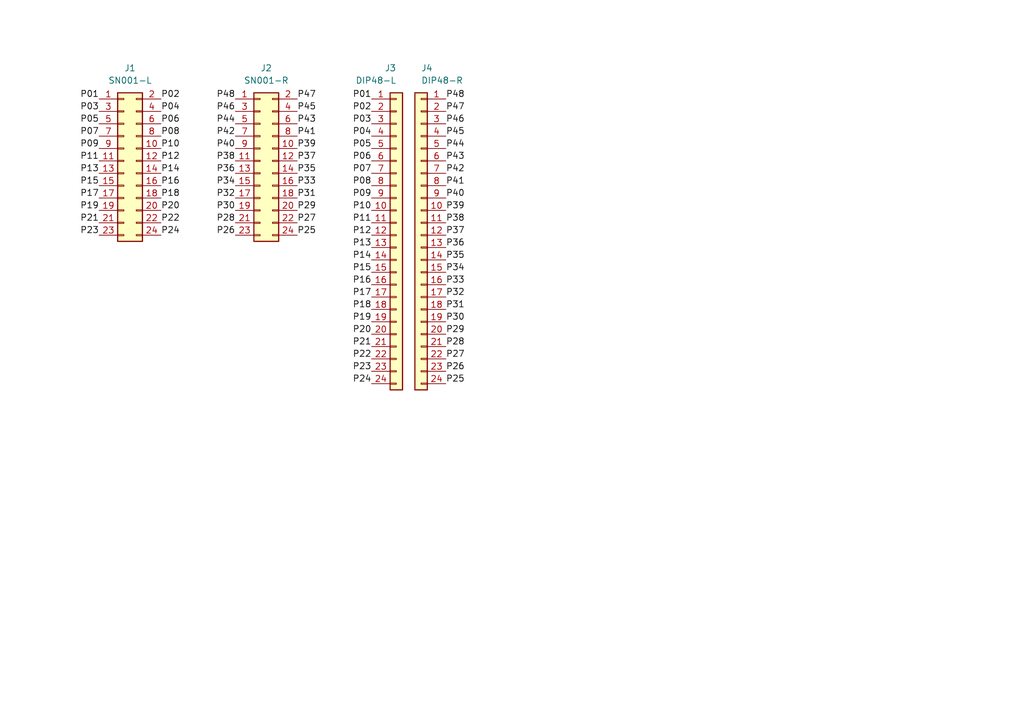
<source format=kicad_sch>
(kicad_sch (version 20230121) (generator eeschema)

  (uuid 004a6bfb-1e09-47f7-ba97-d366748e13ee)

  (paper "A5")

  (lib_symbols
    (symbol "Connector_Generic:Conn_01x24" (pin_names (offset 1.016) hide) (in_bom yes) (on_board yes)
      (property "Reference" "J" (at 0 30.48 0)
        (effects (font (size 1.27 1.27)))
      )
      (property "Value" "Conn_01x24" (at 0 -33.02 0)
        (effects (font (size 1.27 1.27)))
      )
      (property "Footprint" "" (at 0 0 0)
        (effects (font (size 1.27 1.27)) hide)
      )
      (property "Datasheet" "~" (at 0 0 0)
        (effects (font (size 1.27 1.27)) hide)
      )
      (property "ki_keywords" "connector" (at 0 0 0)
        (effects (font (size 1.27 1.27)) hide)
      )
      (property "ki_description" "Generic connector, single row, 01x24, script generated (kicad-library-utils/schlib/autogen/connector/)" (at 0 0 0)
        (effects (font (size 1.27 1.27)) hide)
      )
      (property "ki_fp_filters" "Connector*:*_1x??_*" (at 0 0 0)
        (effects (font (size 1.27 1.27)) hide)
      )
      (symbol "Conn_01x24_1_1"
        (rectangle (start -1.27 -30.353) (end 0 -30.607)
          (stroke (width 0.1524) (type default))
          (fill (type none))
        )
        (rectangle (start -1.27 -27.813) (end 0 -28.067)
          (stroke (width 0.1524) (type default))
          (fill (type none))
        )
        (rectangle (start -1.27 -25.273) (end 0 -25.527)
          (stroke (width 0.1524) (type default))
          (fill (type none))
        )
        (rectangle (start -1.27 -22.733) (end 0 -22.987)
          (stroke (width 0.1524) (type default))
          (fill (type none))
        )
        (rectangle (start -1.27 -20.193) (end 0 -20.447)
          (stroke (width 0.1524) (type default))
          (fill (type none))
        )
        (rectangle (start -1.27 -17.653) (end 0 -17.907)
          (stroke (width 0.1524) (type default))
          (fill (type none))
        )
        (rectangle (start -1.27 -15.113) (end 0 -15.367)
          (stroke (width 0.1524) (type default))
          (fill (type none))
        )
        (rectangle (start -1.27 -12.573) (end 0 -12.827)
          (stroke (width 0.1524) (type default))
          (fill (type none))
        )
        (rectangle (start -1.27 -10.033) (end 0 -10.287)
          (stroke (width 0.1524) (type default))
          (fill (type none))
        )
        (rectangle (start -1.27 -7.493) (end 0 -7.747)
          (stroke (width 0.1524) (type default))
          (fill (type none))
        )
        (rectangle (start -1.27 -4.953) (end 0 -5.207)
          (stroke (width 0.1524) (type default))
          (fill (type none))
        )
        (rectangle (start -1.27 -2.413) (end 0 -2.667)
          (stroke (width 0.1524) (type default))
          (fill (type none))
        )
        (rectangle (start -1.27 0.127) (end 0 -0.127)
          (stroke (width 0.1524) (type default))
          (fill (type none))
        )
        (rectangle (start -1.27 2.667) (end 0 2.413)
          (stroke (width 0.1524) (type default))
          (fill (type none))
        )
        (rectangle (start -1.27 5.207) (end 0 4.953)
          (stroke (width 0.1524) (type default))
          (fill (type none))
        )
        (rectangle (start -1.27 7.747) (end 0 7.493)
          (stroke (width 0.1524) (type default))
          (fill (type none))
        )
        (rectangle (start -1.27 10.287) (end 0 10.033)
          (stroke (width 0.1524) (type default))
          (fill (type none))
        )
        (rectangle (start -1.27 12.827) (end 0 12.573)
          (stroke (width 0.1524) (type default))
          (fill (type none))
        )
        (rectangle (start -1.27 15.367) (end 0 15.113)
          (stroke (width 0.1524) (type default))
          (fill (type none))
        )
        (rectangle (start -1.27 17.907) (end 0 17.653)
          (stroke (width 0.1524) (type default))
          (fill (type none))
        )
        (rectangle (start -1.27 20.447) (end 0 20.193)
          (stroke (width 0.1524) (type default))
          (fill (type none))
        )
        (rectangle (start -1.27 22.987) (end 0 22.733)
          (stroke (width 0.1524) (type default))
          (fill (type none))
        )
        (rectangle (start -1.27 25.527) (end 0 25.273)
          (stroke (width 0.1524) (type default))
          (fill (type none))
        )
        (rectangle (start -1.27 28.067) (end 0 27.813)
          (stroke (width 0.1524) (type default))
          (fill (type none))
        )
        (rectangle (start -1.27 29.21) (end 1.27 -31.75)
          (stroke (width 0.254) (type default))
          (fill (type background))
        )
        (pin passive line (at -5.08 27.94 0) (length 3.81)
          (name "Pin_1" (effects (font (size 1.27 1.27))))
          (number "1" (effects (font (size 1.27 1.27))))
        )
        (pin passive line (at -5.08 5.08 0) (length 3.81)
          (name "Pin_10" (effects (font (size 1.27 1.27))))
          (number "10" (effects (font (size 1.27 1.27))))
        )
        (pin passive line (at -5.08 2.54 0) (length 3.81)
          (name "Pin_11" (effects (font (size 1.27 1.27))))
          (number "11" (effects (font (size 1.27 1.27))))
        )
        (pin passive line (at -5.08 0 0) (length 3.81)
          (name "Pin_12" (effects (font (size 1.27 1.27))))
          (number "12" (effects (font (size 1.27 1.27))))
        )
        (pin passive line (at -5.08 -2.54 0) (length 3.81)
          (name "Pin_13" (effects (font (size 1.27 1.27))))
          (number "13" (effects (font (size 1.27 1.27))))
        )
        (pin passive line (at -5.08 -5.08 0) (length 3.81)
          (name "Pin_14" (effects (font (size 1.27 1.27))))
          (number "14" (effects (font (size 1.27 1.27))))
        )
        (pin passive line (at -5.08 -7.62 0) (length 3.81)
          (name "Pin_15" (effects (font (size 1.27 1.27))))
          (number "15" (effects (font (size 1.27 1.27))))
        )
        (pin passive line (at -5.08 -10.16 0) (length 3.81)
          (name "Pin_16" (effects (font (size 1.27 1.27))))
          (number "16" (effects (font (size 1.27 1.27))))
        )
        (pin passive line (at -5.08 -12.7 0) (length 3.81)
          (name "Pin_17" (effects (font (size 1.27 1.27))))
          (number "17" (effects (font (size 1.27 1.27))))
        )
        (pin passive line (at -5.08 -15.24 0) (length 3.81)
          (name "Pin_18" (effects (font (size 1.27 1.27))))
          (number "18" (effects (font (size 1.27 1.27))))
        )
        (pin passive line (at -5.08 -17.78 0) (length 3.81)
          (name "Pin_19" (effects (font (size 1.27 1.27))))
          (number "19" (effects (font (size 1.27 1.27))))
        )
        (pin passive line (at -5.08 25.4 0) (length 3.81)
          (name "Pin_2" (effects (font (size 1.27 1.27))))
          (number "2" (effects (font (size 1.27 1.27))))
        )
        (pin passive line (at -5.08 -20.32 0) (length 3.81)
          (name "Pin_20" (effects (font (size 1.27 1.27))))
          (number "20" (effects (font (size 1.27 1.27))))
        )
        (pin passive line (at -5.08 -22.86 0) (length 3.81)
          (name "Pin_21" (effects (font (size 1.27 1.27))))
          (number "21" (effects (font (size 1.27 1.27))))
        )
        (pin passive line (at -5.08 -25.4 0) (length 3.81)
          (name "Pin_22" (effects (font (size 1.27 1.27))))
          (number "22" (effects (font (size 1.27 1.27))))
        )
        (pin passive line (at -5.08 -27.94 0) (length 3.81)
          (name "Pin_23" (effects (font (size 1.27 1.27))))
          (number "23" (effects (font (size 1.27 1.27))))
        )
        (pin passive line (at -5.08 -30.48 0) (length 3.81)
          (name "Pin_24" (effects (font (size 1.27 1.27))))
          (number "24" (effects (font (size 1.27 1.27))))
        )
        (pin passive line (at -5.08 22.86 0) (length 3.81)
          (name "Pin_3" (effects (font (size 1.27 1.27))))
          (number "3" (effects (font (size 1.27 1.27))))
        )
        (pin passive line (at -5.08 20.32 0) (length 3.81)
          (name "Pin_4" (effects (font (size 1.27 1.27))))
          (number "4" (effects (font (size 1.27 1.27))))
        )
        (pin passive line (at -5.08 17.78 0) (length 3.81)
          (name "Pin_5" (effects (font (size 1.27 1.27))))
          (number "5" (effects (font (size 1.27 1.27))))
        )
        (pin passive line (at -5.08 15.24 0) (length 3.81)
          (name "Pin_6" (effects (font (size 1.27 1.27))))
          (number "6" (effects (font (size 1.27 1.27))))
        )
        (pin passive line (at -5.08 12.7 0) (length 3.81)
          (name "Pin_7" (effects (font (size 1.27 1.27))))
          (number "7" (effects (font (size 1.27 1.27))))
        )
        (pin passive line (at -5.08 10.16 0) (length 3.81)
          (name "Pin_8" (effects (font (size 1.27 1.27))))
          (number "8" (effects (font (size 1.27 1.27))))
        )
        (pin passive line (at -5.08 7.62 0) (length 3.81)
          (name "Pin_9" (effects (font (size 1.27 1.27))))
          (number "9" (effects (font (size 1.27 1.27))))
        )
      )
    )
    (symbol "Connector_Generic:Conn_02x12_Odd_Even" (pin_names (offset 1.016) hide) (in_bom yes) (on_board yes)
      (property "Reference" "J" (at 1.27 15.24 0)
        (effects (font (size 1.27 1.27)))
      )
      (property "Value" "Conn_02x12_Odd_Even" (at 1.27 -17.78 0)
        (effects (font (size 1.27 1.27)))
      )
      (property "Footprint" "" (at 0 0 0)
        (effects (font (size 1.27 1.27)) hide)
      )
      (property "Datasheet" "~" (at 0 0 0)
        (effects (font (size 1.27 1.27)) hide)
      )
      (property "ki_keywords" "connector" (at 0 0 0)
        (effects (font (size 1.27 1.27)) hide)
      )
      (property "ki_description" "Generic connector, double row, 02x12, odd/even pin numbering scheme (row 1 odd numbers, row 2 even numbers), script generated (kicad-library-utils/schlib/autogen/connector/)" (at 0 0 0)
        (effects (font (size 1.27 1.27)) hide)
      )
      (property "ki_fp_filters" "Connector*:*_2x??_*" (at 0 0 0)
        (effects (font (size 1.27 1.27)) hide)
      )
      (symbol "Conn_02x12_Odd_Even_1_1"
        (rectangle (start -1.27 -15.113) (end 0 -15.367)
          (stroke (width 0.1524) (type default))
          (fill (type none))
        )
        (rectangle (start -1.27 -12.573) (end 0 -12.827)
          (stroke (width 0.1524) (type default))
          (fill (type none))
        )
        (rectangle (start -1.27 -10.033) (end 0 -10.287)
          (stroke (width 0.1524) (type default))
          (fill (type none))
        )
        (rectangle (start -1.27 -7.493) (end 0 -7.747)
          (stroke (width 0.1524) (type default))
          (fill (type none))
        )
        (rectangle (start -1.27 -4.953) (end 0 -5.207)
          (stroke (width 0.1524) (type default))
          (fill (type none))
        )
        (rectangle (start -1.27 -2.413) (end 0 -2.667)
          (stroke (width 0.1524) (type default))
          (fill (type none))
        )
        (rectangle (start -1.27 0.127) (end 0 -0.127)
          (stroke (width 0.1524) (type default))
          (fill (type none))
        )
        (rectangle (start -1.27 2.667) (end 0 2.413)
          (stroke (width 0.1524) (type default))
          (fill (type none))
        )
        (rectangle (start -1.27 5.207) (end 0 4.953)
          (stroke (width 0.1524) (type default))
          (fill (type none))
        )
        (rectangle (start -1.27 7.747) (end 0 7.493)
          (stroke (width 0.1524) (type default))
          (fill (type none))
        )
        (rectangle (start -1.27 10.287) (end 0 10.033)
          (stroke (width 0.1524) (type default))
          (fill (type none))
        )
        (rectangle (start -1.27 12.827) (end 0 12.573)
          (stroke (width 0.1524) (type default))
          (fill (type none))
        )
        (rectangle (start -1.27 13.97) (end 3.81 -16.51)
          (stroke (width 0.254) (type default))
          (fill (type background))
        )
        (rectangle (start 3.81 -15.113) (end 2.54 -15.367)
          (stroke (width 0.1524) (type default))
          (fill (type none))
        )
        (rectangle (start 3.81 -12.573) (end 2.54 -12.827)
          (stroke (width 0.1524) (type default))
          (fill (type none))
        )
        (rectangle (start 3.81 -10.033) (end 2.54 -10.287)
          (stroke (width 0.1524) (type default))
          (fill (type none))
        )
        (rectangle (start 3.81 -7.493) (end 2.54 -7.747)
          (stroke (width 0.1524) (type default))
          (fill (type none))
        )
        (rectangle (start 3.81 -4.953) (end 2.54 -5.207)
          (stroke (width 0.1524) (type default))
          (fill (type none))
        )
        (rectangle (start 3.81 -2.413) (end 2.54 -2.667)
          (stroke (width 0.1524) (type default))
          (fill (type none))
        )
        (rectangle (start 3.81 0.127) (end 2.54 -0.127)
          (stroke (width 0.1524) (type default))
          (fill (type none))
        )
        (rectangle (start 3.81 2.667) (end 2.54 2.413)
          (stroke (width 0.1524) (type default))
          (fill (type none))
        )
        (rectangle (start 3.81 5.207) (end 2.54 4.953)
          (stroke (width 0.1524) (type default))
          (fill (type none))
        )
        (rectangle (start 3.81 7.747) (end 2.54 7.493)
          (stroke (width 0.1524) (type default))
          (fill (type none))
        )
        (rectangle (start 3.81 10.287) (end 2.54 10.033)
          (stroke (width 0.1524) (type default))
          (fill (type none))
        )
        (rectangle (start 3.81 12.827) (end 2.54 12.573)
          (stroke (width 0.1524) (type default))
          (fill (type none))
        )
        (pin passive line (at -5.08 12.7 0) (length 3.81)
          (name "Pin_1" (effects (font (size 1.27 1.27))))
          (number "1" (effects (font (size 1.27 1.27))))
        )
        (pin passive line (at 7.62 2.54 180) (length 3.81)
          (name "Pin_10" (effects (font (size 1.27 1.27))))
          (number "10" (effects (font (size 1.27 1.27))))
        )
        (pin passive line (at -5.08 0 0) (length 3.81)
          (name "Pin_11" (effects (font (size 1.27 1.27))))
          (number "11" (effects (font (size 1.27 1.27))))
        )
        (pin passive line (at 7.62 0 180) (length 3.81)
          (name "Pin_12" (effects (font (size 1.27 1.27))))
          (number "12" (effects (font (size 1.27 1.27))))
        )
        (pin passive line (at -5.08 -2.54 0) (length 3.81)
          (name "Pin_13" (effects (font (size 1.27 1.27))))
          (number "13" (effects (font (size 1.27 1.27))))
        )
        (pin passive line (at 7.62 -2.54 180) (length 3.81)
          (name "Pin_14" (effects (font (size 1.27 1.27))))
          (number "14" (effects (font (size 1.27 1.27))))
        )
        (pin passive line (at -5.08 -5.08 0) (length 3.81)
          (name "Pin_15" (effects (font (size 1.27 1.27))))
          (number "15" (effects (font (size 1.27 1.27))))
        )
        (pin passive line (at 7.62 -5.08 180) (length 3.81)
          (name "Pin_16" (effects (font (size 1.27 1.27))))
          (number "16" (effects (font (size 1.27 1.27))))
        )
        (pin passive line (at -5.08 -7.62 0) (length 3.81)
          (name "Pin_17" (effects (font (size 1.27 1.27))))
          (number "17" (effects (font (size 1.27 1.27))))
        )
        (pin passive line (at 7.62 -7.62 180) (length 3.81)
          (name "Pin_18" (effects (font (size 1.27 1.27))))
          (number "18" (effects (font (size 1.27 1.27))))
        )
        (pin passive line (at -5.08 -10.16 0) (length 3.81)
          (name "Pin_19" (effects (font (size 1.27 1.27))))
          (number "19" (effects (font (size 1.27 1.27))))
        )
        (pin passive line (at 7.62 12.7 180) (length 3.81)
          (name "Pin_2" (effects (font (size 1.27 1.27))))
          (number "2" (effects (font (size 1.27 1.27))))
        )
        (pin passive line (at 7.62 -10.16 180) (length 3.81)
          (name "Pin_20" (effects (font (size 1.27 1.27))))
          (number "20" (effects (font (size 1.27 1.27))))
        )
        (pin passive line (at -5.08 -12.7 0) (length 3.81)
          (name "Pin_21" (effects (font (size 1.27 1.27))))
          (number "21" (effects (font (size 1.27 1.27))))
        )
        (pin passive line (at 7.62 -12.7 180) (length 3.81)
          (name "Pin_22" (effects (font (size 1.27 1.27))))
          (number "22" (effects (font (size 1.27 1.27))))
        )
        (pin passive line (at -5.08 -15.24 0) (length 3.81)
          (name "Pin_23" (effects (font (size 1.27 1.27))))
          (number "23" (effects (font (size 1.27 1.27))))
        )
        (pin passive line (at 7.62 -15.24 180) (length 3.81)
          (name "Pin_24" (effects (font (size 1.27 1.27))))
          (number "24" (effects (font (size 1.27 1.27))))
        )
        (pin passive line (at -5.08 10.16 0) (length 3.81)
          (name "Pin_3" (effects (font (size 1.27 1.27))))
          (number "3" (effects (font (size 1.27 1.27))))
        )
        (pin passive line (at 7.62 10.16 180) (length 3.81)
          (name "Pin_4" (effects (font (size 1.27 1.27))))
          (number "4" (effects (font (size 1.27 1.27))))
        )
        (pin passive line (at -5.08 7.62 0) (length 3.81)
          (name "Pin_5" (effects (font (size 1.27 1.27))))
          (number "5" (effects (font (size 1.27 1.27))))
        )
        (pin passive line (at 7.62 7.62 180) (length 3.81)
          (name "Pin_6" (effects (font (size 1.27 1.27))))
          (number "6" (effects (font (size 1.27 1.27))))
        )
        (pin passive line (at -5.08 5.08 0) (length 3.81)
          (name "Pin_7" (effects (font (size 1.27 1.27))))
          (number "7" (effects (font (size 1.27 1.27))))
        )
        (pin passive line (at 7.62 5.08 180) (length 3.81)
          (name "Pin_8" (effects (font (size 1.27 1.27))))
          (number "8" (effects (font (size 1.27 1.27))))
        )
        (pin passive line (at -5.08 2.54 0) (length 3.81)
          (name "Pin_9" (effects (font (size 1.27 1.27))))
          (number "9" (effects (font (size 1.27 1.27))))
        )
      )
    )
  )


  (label "P23" (at 76.2 76.2 180) (fields_autoplaced)
    (effects (font (size 1.27 1.27)) (justify right bottom))
    (uuid 01294396-69e5-467c-8e26-dab106b36a76)
  )
  (label "P14" (at 76.2 53.34 180) (fields_autoplaced)
    (effects (font (size 1.27 1.27)) (justify right bottom))
    (uuid 0aa2a216-797f-494d-ae83-4671d0dc381b)
  )
  (label "P36" (at 91.44 50.8 0) (fields_autoplaced)
    (effects (font (size 1.27 1.27)) (justify left bottom))
    (uuid 0ab7970c-b0fa-44eb-94a0-d86e139889fd)
  )
  (label "P10" (at 76.2 43.18 180) (fields_autoplaced)
    (effects (font (size 1.27 1.27)) (justify right bottom))
    (uuid 10b153b5-a8fb-44b2-88a4-9426b9912e5e)
  )
  (label "P14" (at 33.02 35.56 0) (fields_autoplaced)
    (effects (font (size 1.27 1.27)) (justify left bottom))
    (uuid 10f37b24-f417-4651-8d4f-d9023f093e05)
  )
  (label "P46" (at 48.26 22.86 180) (fields_autoplaced)
    (effects (font (size 1.27 1.27)) (justify right bottom))
    (uuid 1608cce5-5886-429d-b5f6-54ba74325b7a)
  )
  (label "P27" (at 60.96 45.72 0) (fields_autoplaced)
    (effects (font (size 1.27 1.27)) (justify left bottom))
    (uuid 1927114f-4ca9-48c8-bd4e-fb807d1ea615)
  )
  (label "P12" (at 33.02 33.02 0) (fields_autoplaced)
    (effects (font (size 1.27 1.27)) (justify left bottom))
    (uuid 1a020510-6554-4fe9-9d5b-229f1b48c5bb)
  )
  (label "P30" (at 48.26 43.18 180) (fields_autoplaced)
    (effects (font (size 1.27 1.27)) (justify right bottom))
    (uuid 1aa7227a-cc05-4a87-9f8e-a001a30dfd35)
  )
  (label "P40" (at 48.26 30.48 180) (fields_autoplaced)
    (effects (font (size 1.27 1.27)) (justify right bottom))
    (uuid 1ae09cac-8d68-4735-8a40-770ebd596965)
  )
  (label "P34" (at 91.44 55.88 0) (fields_autoplaced)
    (effects (font (size 1.27 1.27)) (justify left bottom))
    (uuid 1df7ba56-1259-49c1-ba85-c9e43296459c)
  )
  (label "P33" (at 91.44 58.42 0) (fields_autoplaced)
    (effects (font (size 1.27 1.27)) (justify left bottom))
    (uuid 2046d14d-dca1-4a2b-a2ee-2ed40b40fab1)
  )
  (label "P31" (at 91.44 63.5 0) (fields_autoplaced)
    (effects (font (size 1.27 1.27)) (justify left bottom))
    (uuid 23511fef-747a-4fa9-8d7d-cd1d5e16fc6d)
  )
  (label "P40" (at 91.44 40.64 0) (fields_autoplaced)
    (effects (font (size 1.27 1.27)) (justify left bottom))
    (uuid 24c6f03b-229a-4fcd-9f41-0d74de0ed6a6)
  )
  (label "P32" (at 91.44 60.96 0) (fields_autoplaced)
    (effects (font (size 1.27 1.27)) (justify left bottom))
    (uuid 27961a6d-b091-4177-bb0b-3d16d5e6f382)
  )
  (label "P12" (at 76.2 48.26 180) (fields_autoplaced)
    (effects (font (size 1.27 1.27)) (justify right bottom))
    (uuid 29374727-3a82-49b4-a7df-7108d93441e0)
  )
  (label "P04" (at 76.2 27.94 180) (fields_autoplaced)
    (effects (font (size 1.27 1.27)) (justify right bottom))
    (uuid 2ba9e8a4-42e2-48df-a801-13bc2d26af63)
  )
  (label "P44" (at 48.26 25.4 180) (fields_autoplaced)
    (effects (font (size 1.27 1.27)) (justify right bottom))
    (uuid 3551727f-745f-4c11-847d-3a838c7efb9b)
  )
  (label "P31" (at 60.96 40.64 0) (fields_autoplaced)
    (effects (font (size 1.27 1.27)) (justify left bottom))
    (uuid 35959c05-6b46-446e-835b-581436cc53f3)
  )
  (label "P35" (at 91.44 53.34 0) (fields_autoplaced)
    (effects (font (size 1.27 1.27)) (justify left bottom))
    (uuid 37010887-c04c-4d69-969e-5727a49fde90)
  )
  (label "P29" (at 60.96 43.18 0) (fields_autoplaced)
    (effects (font (size 1.27 1.27)) (justify left bottom))
    (uuid 3769b8ce-395a-4e7b-9c7a-4f50234eba06)
  )
  (label "P22" (at 33.02 45.72 0) (fields_autoplaced)
    (effects (font (size 1.27 1.27)) (justify left bottom))
    (uuid 37a5b10a-33dd-47fe-9511-b4aa53e4169c)
  )
  (label "P15" (at 20.32 38.1 180) (fields_autoplaced)
    (effects (font (size 1.27 1.27)) (justify right bottom))
    (uuid 38a0fcc3-9a76-40a5-a3b9-1557ef626c11)
  )
  (label "P26" (at 48.26 48.26 180) (fields_autoplaced)
    (effects (font (size 1.27 1.27)) (justify right bottom))
    (uuid 433f7be4-05dc-4025-8034-b5f7d76f2dd8)
  )
  (label "P04" (at 33.02 22.86 0) (fields_autoplaced)
    (effects (font (size 1.27 1.27)) (justify left bottom))
    (uuid 43464750-e2c2-430c-8771-f68e874f2ae7)
  )
  (label "P03" (at 76.2 25.4 180) (fields_autoplaced)
    (effects (font (size 1.27 1.27)) (justify right bottom))
    (uuid 439dd261-20d2-47d7-ab1e-53e926870a5c)
  )
  (label "P19" (at 20.32 43.18 180) (fields_autoplaced)
    (effects (font (size 1.27 1.27)) (justify right bottom))
    (uuid 44ae3213-d149-45cd-93d3-6424685b805a)
  )
  (label "P34" (at 48.26 38.1 180) (fields_autoplaced)
    (effects (font (size 1.27 1.27)) (justify right bottom))
    (uuid 467d4902-48a9-4f2c-821d-10e57a4ec864)
  )
  (label "P41" (at 91.44 38.1 0) (fields_autoplaced)
    (effects (font (size 1.27 1.27)) (justify left bottom))
    (uuid 47377441-d7d0-4ded-ac96-7d3ee8cb26ac)
  )
  (label "P21" (at 76.2 71.12 180) (fields_autoplaced)
    (effects (font (size 1.27 1.27)) (justify right bottom))
    (uuid 476f82a2-d177-4a76-9fa2-fdc9958e0bc8)
  )
  (label "P21" (at 20.32 45.72 180) (fields_autoplaced)
    (effects (font (size 1.27 1.27)) (justify right bottom))
    (uuid 47f28e80-e308-4b07-a61b-3effdc432d7a)
  )
  (label "P36" (at 48.26 35.56 180) (fields_autoplaced)
    (effects (font (size 1.27 1.27)) (justify right bottom))
    (uuid 4a3b4fd5-a070-4650-8690-56afcdbf4108)
  )
  (label "P39" (at 60.96 30.48 0) (fields_autoplaced)
    (effects (font (size 1.27 1.27)) (justify left bottom))
    (uuid 4a9dc12e-0d4b-4440-a3b9-b364a2b9648a)
  )
  (label "P10" (at 33.02 30.48 0) (fields_autoplaced)
    (effects (font (size 1.27 1.27)) (justify left bottom))
    (uuid 4fd22edd-7e5c-45b2-80d4-e4fc087cfc04)
  )
  (label "P25" (at 91.44 78.74 0) (fields_autoplaced)
    (effects (font (size 1.27 1.27)) (justify left bottom))
    (uuid 510e278d-9732-4393-a133-21b632d8fe38)
  )
  (label "P47" (at 91.44 22.86 0) (fields_autoplaced)
    (effects (font (size 1.27 1.27)) (justify left bottom))
    (uuid 530dfb0c-c506-4251-8aec-ce759f5b8284)
  )
  (label "P29" (at 91.44 68.58 0) (fields_autoplaced)
    (effects (font (size 1.27 1.27)) (justify left bottom))
    (uuid 53a22501-b811-493e-bc49-b3036982e8ee)
  )
  (label "P42" (at 48.26 27.94 180) (fields_autoplaced)
    (effects (font (size 1.27 1.27)) (justify right bottom))
    (uuid 54e5115c-6f9d-49a3-b647-45b471c82d12)
  )
  (label "P45" (at 91.44 27.94 0) (fields_autoplaced)
    (effects (font (size 1.27 1.27)) (justify left bottom))
    (uuid 5558094a-8830-4107-8e55-3e8b56118123)
  )
  (label "P02" (at 33.02 20.32 0) (fields_autoplaced)
    (effects (font (size 1.27 1.27)) (justify left bottom))
    (uuid 556c043a-729c-4aac-8433-f78563e3f619)
  )
  (label "P46" (at 91.44 25.4 0) (fields_autoplaced)
    (effects (font (size 1.27 1.27)) (justify left bottom))
    (uuid 59cf3cd8-9fe2-45a8-85e5-1df3a3db54d2)
  )
  (label "P22" (at 76.2 73.66 180) (fields_autoplaced)
    (effects (font (size 1.27 1.27)) (justify right bottom))
    (uuid 5d704b8d-38f0-4ac9-8334-5fd3f9884595)
  )
  (label "P11" (at 76.2 45.72 180) (fields_autoplaced)
    (effects (font (size 1.27 1.27)) (justify right bottom))
    (uuid 62eb1e08-2745-42ee-9b56-70c6dbdd91be)
  )
  (label "P19" (at 76.2 66.04 180) (fields_autoplaced)
    (effects (font (size 1.27 1.27)) (justify right bottom))
    (uuid 6440ca6c-0367-4d8d-9907-2000f3672db7)
  )
  (label "P01" (at 20.32 20.32 180) (fields_autoplaced)
    (effects (font (size 1.27 1.27)) (justify right bottom))
    (uuid 6b4d0ac0-5d3c-458c-9ede-c80c2fe7a48c)
  )
  (label "P43" (at 91.44 33.02 0) (fields_autoplaced)
    (effects (font (size 1.27 1.27)) (justify left bottom))
    (uuid 6e0b36a8-aef3-4a13-a706-830f22590d99)
  )
  (label "P02" (at 76.2 22.86 180) (fields_autoplaced)
    (effects (font (size 1.27 1.27)) (justify right bottom))
    (uuid 6ecf7b72-355b-4b1a-a83c-66268a2d77f0)
  )
  (label "P20" (at 76.2 68.58 180) (fields_autoplaced)
    (effects (font (size 1.27 1.27)) (justify right bottom))
    (uuid 6fd4dcd1-5b22-4d19-91ac-498c7427caec)
  )
  (label "P15" (at 76.2 55.88 180) (fields_autoplaced)
    (effects (font (size 1.27 1.27)) (justify right bottom))
    (uuid 73fbc185-e397-41b3-b697-cd07516684d8)
  )
  (label "P37" (at 60.96 33.02 0) (fields_autoplaced)
    (effects (font (size 1.27 1.27)) (justify left bottom))
    (uuid 7462ee03-91ee-4fa5-858c-e2f5ba96c04c)
  )
  (label "P05" (at 20.32 25.4 180) (fields_autoplaced)
    (effects (font (size 1.27 1.27)) (justify right bottom))
    (uuid 78525eca-f9c5-4edc-9e33-6d79056cda54)
  )
  (label "P43" (at 60.96 25.4 0) (fields_autoplaced)
    (effects (font (size 1.27 1.27)) (justify left bottom))
    (uuid 794ab1db-b915-44f9-b1b4-0ef23ad78710)
  )
  (label "P25" (at 60.96 48.26 0) (fields_autoplaced)
    (effects (font (size 1.27 1.27)) (justify left bottom))
    (uuid 7d480b14-d511-4bf4-8516-7fc595d93afe)
  )
  (label "P32" (at 48.26 40.64 180) (fields_autoplaced)
    (effects (font (size 1.27 1.27)) (justify right bottom))
    (uuid 7f164a01-274e-4ce9-8db3-4043c3f79f9d)
  )
  (label "P28" (at 48.26 45.72 180) (fields_autoplaced)
    (effects (font (size 1.27 1.27)) (justify right bottom))
    (uuid 8010d133-f155-494c-b277-9a9756ded120)
  )
  (label "P07" (at 76.2 35.56 180) (fields_autoplaced)
    (effects (font (size 1.27 1.27)) (justify right bottom))
    (uuid 85b8b47f-e98c-4ec7-9a05-db6bbd2cd20b)
  )
  (label "P38" (at 91.44 45.72 0) (fields_autoplaced)
    (effects (font (size 1.27 1.27)) (justify left bottom))
    (uuid 8676dd0b-e7d5-43b6-99cc-f931b9ca589f)
  )
  (label "P47" (at 60.96 20.32 0) (fields_autoplaced)
    (effects (font (size 1.27 1.27)) (justify left bottom))
    (uuid 86d8c316-e48b-4fa0-9f72-d57a36498ad1)
  )
  (label "P24" (at 76.2 78.74 180) (fields_autoplaced)
    (effects (font (size 1.27 1.27)) (justify right bottom))
    (uuid 8739a247-6da4-497f-9177-b2c63d973dc0)
  )
  (label "P09" (at 20.32 30.48 180) (fields_autoplaced)
    (effects (font (size 1.27 1.27)) (justify right bottom))
    (uuid 87ce93f5-4882-4873-b796-7d6393e478e1)
  )
  (label "P07" (at 20.32 27.94 180) (fields_autoplaced)
    (effects (font (size 1.27 1.27)) (justify right bottom))
    (uuid 88f05ed4-1a27-4702-ad0e-847841b881df)
  )
  (label "P13" (at 76.2 50.8 180) (fields_autoplaced)
    (effects (font (size 1.27 1.27)) (justify right bottom))
    (uuid 909bf093-0693-43b5-a1af-f224457dc532)
  )
  (label "P26" (at 91.44 76.2 0) (fields_autoplaced)
    (effects (font (size 1.27 1.27)) (justify left bottom))
    (uuid 940ee6ff-263b-432e-aa60-63225cbd4892)
  )
  (label "P16" (at 76.2 58.42 180) (fields_autoplaced)
    (effects (font (size 1.27 1.27)) (justify right bottom))
    (uuid 9844c075-5d86-4012-a7b3-fb56d5b00e5e)
  )
  (label "P37" (at 91.44 48.26 0) (fields_autoplaced)
    (effects (font (size 1.27 1.27)) (justify left bottom))
    (uuid 9cd652d7-a290-41d7-9f8c-52096660e969)
  )
  (label "P41" (at 60.96 27.94 0) (fields_autoplaced)
    (effects (font (size 1.27 1.27)) (justify left bottom))
    (uuid 9d9cbcfa-8341-4c2d-9f39-16bad5792512)
  )
  (label "P35" (at 60.96 35.56 0) (fields_autoplaced)
    (effects (font (size 1.27 1.27)) (justify left bottom))
    (uuid 9d9f34cb-95ac-45de-a32a-21069d8a3a9f)
  )
  (label "P38" (at 48.26 33.02 180) (fields_autoplaced)
    (effects (font (size 1.27 1.27)) (justify right bottom))
    (uuid 9dfbfda2-882a-45b3-9721-b4edeaead2ee)
  )
  (label "P30" (at 91.44 66.04 0) (fields_autoplaced)
    (effects (font (size 1.27 1.27)) (justify left bottom))
    (uuid a09706dd-3253-4c0b-b139-65802e20b22b)
  )
  (label "P08" (at 76.2 38.1 180) (fields_autoplaced)
    (effects (font (size 1.27 1.27)) (justify right bottom))
    (uuid a374a7e6-835a-4b16-8424-4836ef3fda71)
  )
  (label "P33" (at 60.96 38.1 0) (fields_autoplaced)
    (effects (font (size 1.27 1.27)) (justify left bottom))
    (uuid a9c09474-5c0b-4051-9448-d672f404ae0a)
  )
  (label "P06" (at 76.2 33.02 180) (fields_autoplaced)
    (effects (font (size 1.27 1.27)) (justify right bottom))
    (uuid aa93c02e-e20d-4491-8a64-1125d44e4ffa)
  )
  (label "P11" (at 20.32 33.02 180) (fields_autoplaced)
    (effects (font (size 1.27 1.27)) (justify right bottom))
    (uuid ab43481d-d1bf-49f3-a3d2-cd7122d53a2b)
  )
  (label "P09" (at 76.2 40.64 180) (fields_autoplaced)
    (effects (font (size 1.27 1.27)) (justify right bottom))
    (uuid abf9c4fa-346d-4348-94cc-61d68678f2e4)
  )
  (label "P08" (at 33.02 27.94 0) (fields_autoplaced)
    (effects (font (size 1.27 1.27)) (justify left bottom))
    (uuid ac33cb51-c515-450d-b4cf-fefaa6dfaf6d)
  )
  (label "P28" (at 91.44 71.12 0) (fields_autoplaced)
    (effects (font (size 1.27 1.27)) (justify left bottom))
    (uuid ace05617-0719-479a-b821-0eda4794695d)
  )
  (label "P45" (at 60.96 22.86 0) (fields_autoplaced)
    (effects (font (size 1.27 1.27)) (justify left bottom))
    (uuid ad6b48cc-8c61-4d4e-9197-9673cfb38716)
  )
  (label "P17" (at 20.32 40.64 180) (fields_autoplaced)
    (effects (font (size 1.27 1.27)) (justify right bottom))
    (uuid b12ff0f6-5b59-45e1-ae9d-2783d3b98249)
  )
  (label "P44" (at 91.44 30.48 0) (fields_autoplaced)
    (effects (font (size 1.27 1.27)) (justify left bottom))
    (uuid b27d33e1-d029-4298-847f-87beead8672a)
  )
  (label "P18" (at 33.02 40.64 0) (fields_autoplaced)
    (effects (font (size 1.27 1.27)) (justify left bottom))
    (uuid b7bf9d4c-d126-4abc-ad01-df28c7007315)
  )
  (label "P48" (at 91.44 20.32 0) (fields_autoplaced)
    (effects (font (size 1.27 1.27)) (justify left bottom))
    (uuid b871d843-8860-44cf-8395-ff7f1bf81a2f)
  )
  (label "P48" (at 48.26 20.32 180) (fields_autoplaced)
    (effects (font (size 1.27 1.27)) (justify right bottom))
    (uuid c7d68b7a-e847-44ac-a660-1f4d8e0f0f68)
  )
  (label "P42" (at 91.44 35.56 0) (fields_autoplaced)
    (effects (font (size 1.27 1.27)) (justify left bottom))
    (uuid cc4d8115-f5e3-49f9-a245-32e9bdca29f0)
  )
  (label "P17" (at 76.2 60.96 180) (fields_autoplaced)
    (effects (font (size 1.27 1.27)) (justify right bottom))
    (uuid d16fbf3e-4a31-4ea4-906b-0dafb6d9bee9)
  )
  (label "P20" (at 33.02 43.18 0) (fields_autoplaced)
    (effects (font (size 1.27 1.27)) (justify left bottom))
    (uuid d4777e6c-c27b-4fa0-ac1a-da1359c5eb6d)
  )
  (label "P39" (at 91.44 43.18 0) (fields_autoplaced)
    (effects (font (size 1.27 1.27)) (justify left bottom))
    (uuid d48b0586-4937-4215-8f21-b21efa685818)
  )
  (label "P23" (at 20.32 48.26 180) (fields_autoplaced)
    (effects (font (size 1.27 1.27)) (justify right bottom))
    (uuid d8e1b675-50f9-41b3-8faa-8098e4c7d917)
  )
  (label "P03" (at 20.32 22.86 180) (fields_autoplaced)
    (effects (font (size 1.27 1.27)) (justify right bottom))
    (uuid df1203b7-99f1-408e-bb57-60093eb85bd5)
  )
  (label "P13" (at 20.32 35.56 180) (fields_autoplaced)
    (effects (font (size 1.27 1.27)) (justify right bottom))
    (uuid e867a4c6-bb7d-4f56-857a-1e52a6db1cf2)
  )
  (label "P16" (at 33.02 38.1 0) (fields_autoplaced)
    (effects (font (size 1.27 1.27)) (justify left bottom))
    (uuid eda5b4a4-7e60-480d-80cb-4b2e74f89e8b)
  )
  (label "P05" (at 76.2 30.48 180) (fields_autoplaced)
    (effects (font (size 1.27 1.27)) (justify right bottom))
    (uuid efe6f711-ce60-45c8-b342-75c8a45d8fd7)
  )
  (label "P24" (at 33.02 48.26 0) (fields_autoplaced)
    (effects (font (size 1.27 1.27)) (justify left bottom))
    (uuid f621ad65-7208-4362-bbcc-1c8e6130e396)
  )
  (label "P18" (at 76.2 63.5 180) (fields_autoplaced)
    (effects (font (size 1.27 1.27)) (justify right bottom))
    (uuid f70b7b0d-0243-488e-af5c-627efca76727)
  )
  (label "P06" (at 33.02 25.4 0) (fields_autoplaced)
    (effects (font (size 1.27 1.27)) (justify left bottom))
    (uuid fadf75f7-5828-41c0-9b15-24e8e4753dc5)
  )
  (label "P01" (at 76.2 20.32 180) (fields_autoplaced)
    (effects (font (size 1.27 1.27)) (justify right bottom))
    (uuid fd394bca-6251-4001-8a1d-30a4dc6cadbd)
  )
  (label "P27" (at 91.44 73.66 0) (fields_autoplaced)
    (effects (font (size 1.27 1.27)) (justify left bottom))
    (uuid ffd54917-e69e-4b73-a3ae-c091051b6ed8)
  )

  (symbol (lib_id "Connector_Generic:Conn_01x24") (at 81.28 48.26 0) (unit 1)
    (in_bom yes) (on_board yes) (dnp no)
    (uuid 34154547-4e9e-433a-8b62-3dcd451717dd)
    (property "Reference" "J3" (at 81.28 13.97 0)
      (effects (font (size 1.27 1.27)) (justify right))
    )
    (property "Value" "DIP48-L" (at 81.28 16.51 0)
      (effects (font (size 1.27 1.27)) (justify right))
    )
    (property "Footprint" "Connector_PinHeader_2.54mm:PinHeader_1x24_P2.54mm_Vertical" (at 81.28 48.26 0)
      (effects (font (size 1.27 1.27)) hide)
    )
    (property "Datasheet" "~" (at 81.28 48.26 0)
      (effects (font (size 1.27 1.27)) hide)
    )
    (pin "1" (uuid 4e267f71-cfd4-4ecb-aaf7-1cbd43382241))
    (pin "10" (uuid bfeb9260-88f2-4c74-b7b9-63032672ef2f))
    (pin "11" (uuid 0d615e7a-9e93-4fb6-854d-af552c3a3d20))
    (pin "12" (uuid bd8c0505-3cc8-4392-a3c7-e758e0593baa))
    (pin "13" (uuid 42985904-8583-446c-8f7b-b4c78a3fc59a))
    (pin "14" (uuid 02b526e6-146b-4d08-9584-1e6d9207d1d4))
    (pin "15" (uuid c8712b70-5f04-4ddf-93ab-93751192225f))
    (pin "16" (uuid dc2fb247-7772-47c4-8e5c-089f964ef74e))
    (pin "17" (uuid 6e254bd9-9b97-48b4-b6ad-efc0634e0abb))
    (pin "18" (uuid f740e068-5fb7-4e9e-838a-3f98a7bced49))
    (pin "19" (uuid c3c5e968-be03-44ef-803e-8deed7fcd70f))
    (pin "2" (uuid a4405596-9d58-41d5-94f3-caea8c91528b))
    (pin "20" (uuid b38c6530-2e7d-458c-bcb0-f7c55d35614b))
    (pin "21" (uuid 6109a6cc-816f-4883-92f7-06111c912b62))
    (pin "22" (uuid 522119be-8800-45cc-b084-7998546522a4))
    (pin "23" (uuid b2ae5b77-774d-4adb-9ed9-67a66250b80b))
    (pin "24" (uuid b016ae4a-501c-4dd0-90b3-bddb8595b824))
    (pin "3" (uuid edaeb40c-4e7f-415c-a2a4-9d947fbb67f1))
    (pin "4" (uuid ea528aae-b405-4156-ae13-795e8d7b3769))
    (pin "5" (uuid b86dfbcf-6870-4066-883f-5dd81f45fd58))
    (pin "6" (uuid ac1e5204-4917-44f6-a224-f23e8df7cf56))
    (pin "7" (uuid 957832da-2ff4-42dc-b265-4f742007c98a))
    (pin "8" (uuid 5b596b2e-cad4-42d0-a45c-7563c44516a1))
    (pin "9" (uuid 8030ee87-22fa-4e7c-b3f8-b0791b61ada3))
    (instances
      (project "DIP48-SN001"
        (path "/004a6bfb-1e09-47f7-ba97-d366748e13ee"
          (reference "J3") (unit 1)
        )
      )
    )
  )

  (symbol (lib_id "Connector_Generic:Conn_02x12_Odd_Even") (at 25.4 33.02 0) (unit 1)
    (in_bom yes) (on_board yes) (dnp no)
    (uuid 371c21e1-d647-42bb-b144-3efca385ffb3)
    (property "Reference" "J1" (at 26.67 13.97 0)
      (effects (font (size 1.27 1.27)))
    )
    (property "Value" "SN001-L" (at 26.67 16.51 0)
      (effects (font (size 1.27 1.27)))
    )
    (property "Footprint" "Connector_PinHeader_2.54mm:PinHeader_2x12_P2.54mm_Vertical" (at 25.4 33.02 0)
      (effects (font (size 1.27 1.27)) hide)
    )
    (property "Datasheet" "~" (at 25.4 33.02 0)
      (effects (font (size 1.27 1.27)) hide)
    )
    (pin "1" (uuid 4b8262d4-2c29-4b70-ab54-c309656b61bc))
    (pin "10" (uuid e8666562-9414-4a89-bcba-3f727bcd61e3))
    (pin "11" (uuid ce076478-dd1e-4868-921d-d9ecc450ae9d))
    (pin "12" (uuid 4f71e606-9afe-4900-863c-3b4ed05a128e))
    (pin "13" (uuid 7e9bec8c-e686-451c-a70d-2f58c41439ef))
    (pin "14" (uuid 9f0efcb9-3b19-4fbd-80ec-ff914c4ce1e8))
    (pin "15" (uuid d4551e5e-5ce1-4903-bf42-8c4aee95bb9e))
    (pin "16" (uuid c46506d1-c720-4011-a715-49142bd3f223))
    (pin "17" (uuid 57dc1dc1-9021-4ce6-8e9a-a5da87638132))
    (pin "18" (uuid 348b459a-9691-456b-9c61-d859eb5a5560))
    (pin "19" (uuid 56b753c3-2323-42b3-987a-0a5b3e54e74f))
    (pin "2" (uuid c73d47ed-f251-4773-b3b0-547afdd368d4))
    (pin "20" (uuid f4a93e81-f693-469d-946e-114a91e3f0fa))
    (pin "21" (uuid de9a2801-f1bd-4d37-b3c9-1cf98091a4c7))
    (pin "22" (uuid 8688630a-ba58-4f63-84ca-daec65a6dbe2))
    (pin "23" (uuid f7184dd5-9791-4581-b17b-0beeead5e0ab))
    (pin "24" (uuid 6079cbf8-0963-4f8a-81d5-26a7209c4e3b))
    (pin "3" (uuid cd8cda95-578a-42bc-b9d8-a13d52f5a2b6))
    (pin "4" (uuid 54adae62-ca3f-4dd4-80d6-2f2e5aa2c8e4))
    (pin "5" (uuid 87e74b4c-02e3-4cbf-8cee-0b28a4e902ca))
    (pin "6" (uuid d256fed2-bbd8-42a3-9881-0bd75b376359))
    (pin "7" (uuid 76fcc4ac-31cf-4d4a-bb46-a9d7071df407))
    (pin "8" (uuid 45b1429e-767c-4e5f-acfb-7c922da1923f))
    (pin "9" (uuid 0e69c11c-7d21-49a1-8de4-c70878d70188))
    (instances
      (project "DIP48-SN001"
        (path "/004a6bfb-1e09-47f7-ba97-d366748e13ee"
          (reference "J1") (unit 1)
        )
      )
      (project "LuckyCartInterface-TL866"
        (path "/19f51cc4-9c14-4242-be9c-db1283db84d2"
          (reference "J1") (unit 1)
        )
      )
    )
  )

  (symbol (lib_id "Connector_Generic:Conn_02x12_Odd_Even") (at 53.34 33.02 0) (unit 1)
    (in_bom yes) (on_board yes) (dnp no)
    (uuid 54eb1f1f-9470-4b58-8e9d-3aafa8d612d5)
    (property "Reference" "J2" (at 54.61 13.97 0)
      (effects (font (size 1.27 1.27)))
    )
    (property "Value" "SN001-R" (at 54.61 16.51 0)
      (effects (font (size 1.27 1.27)))
    )
    (property "Footprint" "Connector_PinHeader_2.54mm:PinHeader_2x12_P2.54mm_Vertical" (at 53.34 33.02 0)
      (effects (font (size 1.27 1.27)) hide)
    )
    (property "Datasheet" "~" (at 53.34 33.02 0)
      (effects (font (size 1.27 1.27)) hide)
    )
    (pin "1" (uuid fabbe68e-4d0c-4299-847d-fad222589fb3))
    (pin "10" (uuid 547003c9-1c88-440c-9222-7b401feaeb4a))
    (pin "11" (uuid bcffacd8-4136-4353-bff9-05a672c8d995))
    (pin "12" (uuid d05d9b19-8f60-40b8-85ff-9eb306ba71ae))
    (pin "13" (uuid 1c590499-9c22-4531-8f0a-5048a054ed62))
    (pin "14" (uuid 28b904be-be44-4720-b2b0-583b31453d34))
    (pin "15" (uuid af439089-0df4-4574-8643-dac80ae399e8))
    (pin "16" (uuid 82b62acd-d19b-451f-bc39-ce04e4dd0684))
    (pin "17" (uuid b6e57036-3335-469f-8431-302c31474043))
    (pin "18" (uuid 38038657-8643-4874-be01-2301a05dd04b))
    (pin "19" (uuid 5452b6cc-6504-4462-9898-3916c18a7f04))
    (pin "2" (uuid a9b0346a-e477-4cae-bfd0-25723029d7fa))
    (pin "20" (uuid 7da61150-d25e-4583-a704-95b6db337e63))
    (pin "21" (uuid 2f494220-9f0e-4401-9102-f6ea0f63a3e2))
    (pin "22" (uuid b4eec335-3daa-40af-8a9d-a1a6969bd459))
    (pin "23" (uuid 4fbf9f3d-ea98-49fe-b326-565d42a558a7))
    (pin "24" (uuid f7ffdea8-5f6a-4406-a1c9-3820fd42ed18))
    (pin "3" (uuid b1705a85-e5b8-42ca-a1d9-646389084ec8))
    (pin "4" (uuid fb3a71b0-a02c-4d0e-8024-ffc508c7df6d))
    (pin "5" (uuid 2db6fdff-ef78-459b-b8f0-16cd627c44b8))
    (pin "6" (uuid d8ac6a93-9d7a-4d17-80f2-1568e6223cb8))
    (pin "7" (uuid 2759ca69-78e7-4e96-83bf-af78db2664fe))
    (pin "8" (uuid b8dc819f-8182-47d1-acba-9ea606d84377))
    (pin "9" (uuid 596d0f0d-958e-4398-bc43-1ba0ffb79585))
    (instances
      (project "DIP48-SN001"
        (path "/004a6bfb-1e09-47f7-ba97-d366748e13ee"
          (reference "J2") (unit 1)
        )
      )
      (project "LuckyCartInterface-TL866"
        (path "/19f51cc4-9c14-4242-be9c-db1283db84d2"
          (reference "J2") (unit 1)
        )
      )
    )
  )

  (symbol (lib_id "Connector_Generic:Conn_01x24") (at 86.36 48.26 0) (mirror y) (unit 1)
    (in_bom yes) (on_board yes) (dnp no)
    (uuid 76783a40-1ad1-4f80-a966-e64e955a7a26)
    (property "Reference" "J4" (at 86.36 13.97 0)
      (effects (font (size 1.27 1.27)) (justify right))
    )
    (property "Value" "DIP48-R" (at 86.36 16.51 0)
      (effects (font (size 1.27 1.27)) (justify right))
    )
    (property "Footprint" "Connector_PinHeader_2.54mm:PinHeader_1x24_P2.54mm_Vertical" (at 86.36 48.26 0)
      (effects (font (size 1.27 1.27)) hide)
    )
    (property "Datasheet" "~" (at 86.36 48.26 0)
      (effects (font (size 1.27 1.27)) hide)
    )
    (pin "1" (uuid d5892d91-cd3e-433d-a405-7f341343bbee))
    (pin "10" (uuid 347b89b6-425e-4bd9-97b1-a8a73d96c672))
    (pin "11" (uuid 2f14c26b-2c6f-47b5-975b-1faca9fc05ad))
    (pin "12" (uuid d0faa1a6-8e45-474a-b769-c5b8e0b73c96))
    (pin "13" (uuid 78dd02e1-aa21-4f7b-bbdb-74a78d818964))
    (pin "14" (uuid 9148adc7-16ef-42d0-893a-8e7a1723ff44))
    (pin "15" (uuid b8326009-9b15-4503-b6f0-87eeb3379854))
    (pin "16" (uuid 0ec8b85b-5b2a-490b-817f-039535825479))
    (pin "17" (uuid e7b78152-41dd-4912-b387-ac141e84e6d4))
    (pin "18" (uuid e29f1f61-97d4-41f8-8ad5-35a85a9949ab))
    (pin "19" (uuid 7295089f-d86b-421c-b6a6-0d6633f64e42))
    (pin "2" (uuid e4fc49cb-0e95-4d9b-a3cb-369e6282f5eb))
    (pin "20" (uuid 8e8a2139-8900-4427-b191-9dcbcae522ba))
    (pin "21" (uuid d925c232-73d0-4298-a3b5-2deaaf78f748))
    (pin "22" (uuid e856a630-ebb7-43d8-a006-bf30c17d724a))
    (pin "23" (uuid 7502d41b-8271-41ea-8032-5ef28bf14132))
    (pin "24" (uuid 3c265ec7-69e9-49d7-8387-01467e69dba5))
    (pin "3" (uuid 867c001c-0aa1-4312-8aab-26e0ce08b82f))
    (pin "4" (uuid e8edb555-08fd-4ab8-b0a8-84b287d2476a))
    (pin "5" (uuid 8ab6bf4d-1935-413b-b2e2-b7f033eb926f))
    (pin "6" (uuid c2754d7f-6cc7-422e-873d-4cce6b2e3341))
    (pin "7" (uuid 834a2131-9e32-4f52-8a3e-d105615137e1))
    (pin "8" (uuid cdfe5f41-22ff-4ff9-bb49-8c1012151115))
    (pin "9" (uuid 703456b0-ea2f-4ed3-8ded-6add7ff370e8))
    (instances
      (project "DIP48-SN001"
        (path "/004a6bfb-1e09-47f7-ba97-d366748e13ee"
          (reference "J4") (unit 1)
        )
      )
    )
  )

  (sheet_instances
    (path "/" (page "1"))
  )
)

</source>
